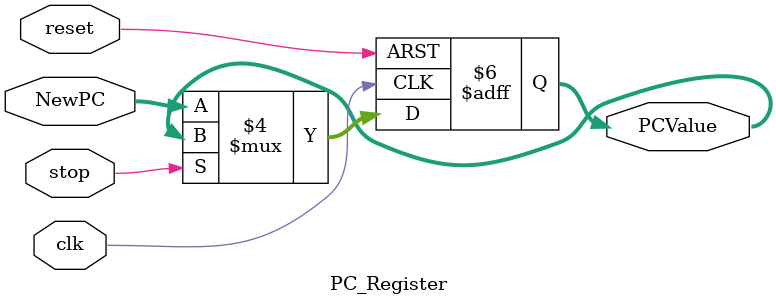
<source format=v>
/******************************************************************
* Description
*	This is a register of 32-bit that corresponds to the PC counter. 
*	This register does not have an enable signal.
* Version:
*	1.0
* Author:
*	Dr. José Luis Pizano Escalante
* email:
*	luispizano@iteso.mx
* Date:
*	01/03/2014
******************************************************************/

module PC_Register
#(
	parameter N=32
)
(
	input clk,
	input reset,
	input stop,
	input  [N-1:0] NewPC,
	
	
	output reg [N-1:0] PCValue
);

always@(negedge reset or posedge clk) begin
	if(reset==0)
		PCValue <= 'h400000;
	else	
		if(stop==0)
			PCValue<=NewPC;

end

endmodule
</source>
